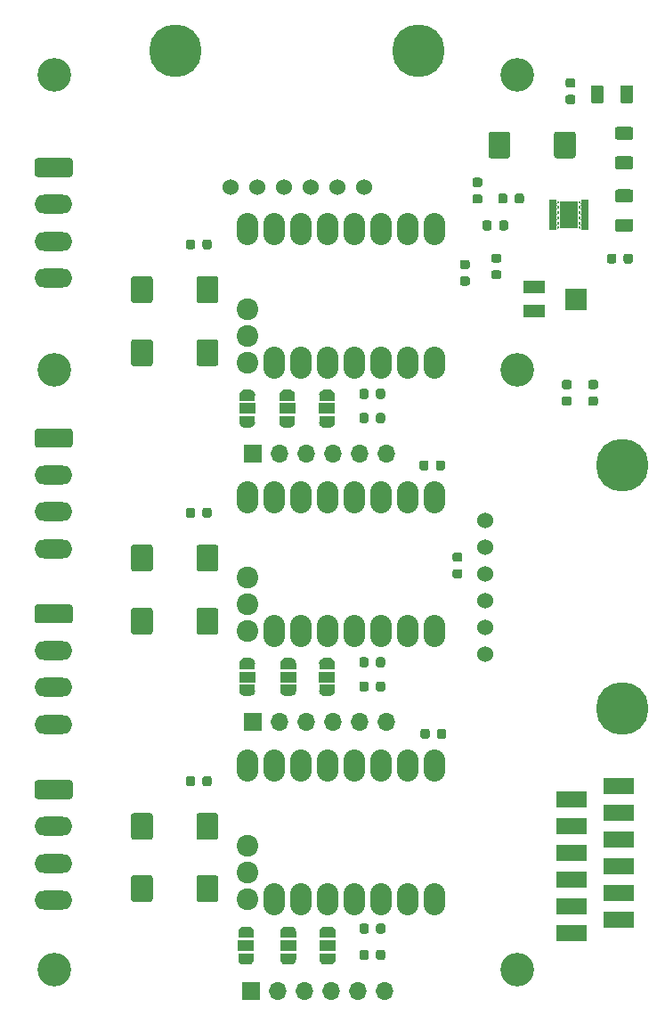
<source format=gbr>
G04 #@! TF.GenerationSoftware,KiCad,Pcbnew,(5.99.0-1438-g3759799d1)*
G04 #@! TF.CreationDate,2020-05-11T10:33:08+02:00*
G04 #@! TF.ProjectId,Uni_stick,556e695f-7374-4696-936b-2e6b69636164,rev?*
G04 #@! TF.SameCoordinates,Original*
G04 #@! TF.FileFunction,Soldermask,Top*
G04 #@! TF.FilePolarity,Negative*
%FSLAX46Y46*%
G04 Gerber Fmt 4.6, Leading zero omitted, Abs format (unit mm)*
G04 Created by KiCad (PCBNEW (5.99.0-1438-g3759799d1)) date 2020-05-11 10:33:08*
%MOMM*%
%LPD*%
G01*
G04 APERTURE LIST*
%ADD10R,2.000000X1.300000*%
%ADD11R,2.000000X2.000000*%
%ADD12O,3.600000X1.800000*%
%ADD13R,3.000000X1.500000*%
%ADD14R,1.800000X2.600000*%
%ADD15R,0.800000X0.300000*%
%ADD16C,2.057400*%
%ADD17O,2.032000X3.048000*%
%ADD18R,1.500000X1.000000*%
%ADD19C,5.000000*%
%ADD20C,1.524000*%
%ADD21C,3.200000*%
%ADD22O,1.700000X1.700000*%
%ADD23R,1.700000X1.700000*%
G04 APERTURE END LIST*
G36*
G01*
X145475000Y-49675000D02*
X145475000Y-47625000D01*
G75*
G02*
X145725000Y-47375000I250000J0D01*
G01*
X147300000Y-47375000D01*
G75*
G02*
X147550000Y-47625000I0J-250000D01*
G01*
X147550000Y-49675000D01*
G75*
G02*
X147300000Y-49925000I-250000J0D01*
G01*
X145725000Y-49925000D01*
G75*
G02*
X145475000Y-49675000I0J250000D01*
G01*
G37*
G36*
G01*
X139250000Y-49675000D02*
X139250000Y-47625000D01*
G75*
G02*
X139500000Y-47375000I250000J0D01*
G01*
X141075000Y-47375000D01*
G75*
G02*
X141325000Y-47625000I0J-250000D01*
G01*
X141325000Y-49675000D01*
G75*
G02*
X141075000Y-49925000I-250000J0D01*
G01*
X139500000Y-49925000D01*
G75*
G02*
X139250000Y-49675000I0J250000D01*
G01*
G37*
G36*
G01*
X141050000Y-53493750D02*
X141050000Y-54006250D01*
G75*
G02*
X140831250Y-54225000I-218750J0D01*
G01*
X140393750Y-54225000D01*
G75*
G02*
X140175000Y-54006250I0J218750D01*
G01*
X140175000Y-53493750D01*
G75*
G02*
X140393750Y-53275000I218750J0D01*
G01*
X140831250Y-53275000D01*
G75*
G02*
X141050000Y-53493750I0J-218750D01*
G01*
G37*
G36*
G01*
X142625000Y-53493750D02*
X142625000Y-54006250D01*
G75*
G02*
X142406250Y-54225000I-218750J0D01*
G01*
X141968750Y-54225000D01*
G75*
G02*
X141750000Y-54006250I0J218750D01*
G01*
X141750000Y-53493750D01*
G75*
G02*
X141968750Y-53275000I218750J0D01*
G01*
X142406250Y-53275000D01*
G75*
G02*
X142625000Y-53493750I0J-218750D01*
G01*
G37*
D10*
X143600000Y-62150000D03*
D11*
X147600000Y-63300000D03*
D10*
X143600000Y-64450000D03*
D12*
X97900000Y-61300000D03*
X97900000Y-57800000D03*
X97900000Y-54300000D03*
G36*
G01*
X96350000Y-49900000D02*
X99450000Y-49900000D01*
G75*
G02*
X99700000Y-50150000I0J-250000D01*
G01*
X99700000Y-51450000D01*
G75*
G02*
X99450000Y-51700000I-250000J0D01*
G01*
X96350000Y-51700000D01*
G75*
G02*
X96100000Y-51450000I0J250000D01*
G01*
X96100000Y-50150000D01*
G75*
G02*
X96350000Y-49900000I250000J0D01*
G01*
G37*
D13*
X151650000Y-122285000D03*
X147150000Y-121015000D03*
X151650000Y-119745000D03*
X147150000Y-118475000D03*
X151650000Y-117205000D03*
X147150000Y-115935000D03*
X151650000Y-114665000D03*
X147150000Y-113395000D03*
X151650000Y-112125000D03*
X147150000Y-110855000D03*
X151650000Y-109585000D03*
X147150000Y-123555000D03*
G36*
G01*
X147306250Y-43200000D02*
X146793750Y-43200000D01*
G75*
G02*
X146575000Y-42981250I0J218750D01*
G01*
X146575000Y-42543750D01*
G75*
G02*
X146793750Y-42325000I218750J0D01*
G01*
X147306250Y-42325000D01*
G75*
G02*
X147525000Y-42543750I0J-218750D01*
G01*
X147525000Y-42981250D01*
G75*
G02*
X147306250Y-43200000I-218750J0D01*
G01*
G37*
G36*
G01*
X147306250Y-44775000D02*
X146793750Y-44775000D01*
G75*
G02*
X146575000Y-44556250I0J218750D01*
G01*
X146575000Y-44118750D01*
G75*
G02*
X146793750Y-43900000I218750J0D01*
G01*
X147306250Y-43900000D01*
G75*
G02*
X147525000Y-44118750I0J-218750D01*
G01*
X147525000Y-44556250D01*
G75*
G02*
X147306250Y-44775000I-218750J0D01*
G01*
G37*
G36*
G01*
X151775000Y-44475000D02*
X151775000Y-43225000D01*
G75*
G02*
X152025000Y-42975000I250000J0D01*
G01*
X152775000Y-42975000D01*
G75*
G02*
X153025000Y-43225000I0J-250000D01*
G01*
X153025000Y-44475000D01*
G75*
G02*
X152775000Y-44725000I-250000J0D01*
G01*
X152025000Y-44725000D01*
G75*
G02*
X151775000Y-44475000I0J250000D01*
G01*
G37*
G36*
G01*
X148975000Y-44475000D02*
X148975000Y-43225000D01*
G75*
G02*
X149225000Y-42975000I250000J0D01*
G01*
X149975000Y-42975000D01*
G75*
G02*
X150225000Y-43225000I0J-250000D01*
G01*
X150225000Y-44475000D01*
G75*
G02*
X149975000Y-44725000I-250000J0D01*
G01*
X149225000Y-44725000D01*
G75*
G02*
X148975000Y-44475000I0J250000D01*
G01*
G37*
G36*
G01*
X152775000Y-48175000D02*
X151525000Y-48175000D01*
G75*
G02*
X151275000Y-47925000I0J250000D01*
G01*
X151275000Y-47175000D01*
G75*
G02*
X151525000Y-46925000I250000J0D01*
G01*
X152775000Y-46925000D01*
G75*
G02*
X153025000Y-47175000I0J-250000D01*
G01*
X153025000Y-47925000D01*
G75*
G02*
X152775000Y-48175000I-250000J0D01*
G01*
G37*
G36*
G01*
X152775000Y-50975000D02*
X151525000Y-50975000D01*
G75*
G02*
X151275000Y-50725000I0J250000D01*
G01*
X151275000Y-49975000D01*
G75*
G02*
X151525000Y-49725000I250000J0D01*
G01*
X152775000Y-49725000D01*
G75*
G02*
X153025000Y-49975000I0J-250000D01*
G01*
X153025000Y-50725000D01*
G75*
G02*
X152775000Y-50975000I-250000J0D01*
G01*
G37*
G36*
G01*
X151400000Y-59193750D02*
X151400000Y-59706250D01*
G75*
G02*
X151181250Y-59925000I-218750J0D01*
G01*
X150743750Y-59925000D01*
G75*
G02*
X150525000Y-59706250I0J218750D01*
G01*
X150525000Y-59193750D01*
G75*
G02*
X150743750Y-58975000I218750J0D01*
G01*
X151181250Y-58975000D01*
G75*
G02*
X151400000Y-59193750I0J-218750D01*
G01*
G37*
G36*
G01*
X152975000Y-59193750D02*
X152975000Y-59706250D01*
G75*
G02*
X152756250Y-59925000I-218750J0D01*
G01*
X152318750Y-59925000D01*
G75*
G02*
X152100000Y-59706250I0J218750D01*
G01*
X152100000Y-59193750D01*
G75*
G02*
X152318750Y-58975000I218750J0D01*
G01*
X152756250Y-58975000D01*
G75*
G02*
X152975000Y-59193750I0J-218750D01*
G01*
G37*
G36*
G01*
X151525000Y-55675000D02*
X152775000Y-55675000D01*
G75*
G02*
X153025000Y-55925000I0J-250000D01*
G01*
X153025000Y-56675000D01*
G75*
G02*
X152775000Y-56925000I-250000J0D01*
G01*
X151525000Y-56925000D01*
G75*
G02*
X151275000Y-56675000I0J250000D01*
G01*
X151275000Y-55925000D01*
G75*
G02*
X151525000Y-55675000I250000J0D01*
G01*
G37*
G36*
G01*
X151525000Y-52875000D02*
X152775000Y-52875000D01*
G75*
G02*
X153025000Y-53125000I0J-250000D01*
G01*
X153025000Y-53875000D01*
G75*
G02*
X152775000Y-54125000I-250000J0D01*
G01*
X151525000Y-54125000D01*
G75*
G02*
X151275000Y-53875000I0J250000D01*
G01*
X151275000Y-53125000D01*
G75*
G02*
X151525000Y-52875000I250000J0D01*
G01*
G37*
D14*
X146900000Y-55300000D03*
D15*
X148400000Y-54050000D03*
X148400000Y-54550000D03*
X148400000Y-55050000D03*
X148400000Y-55550000D03*
X148400000Y-56050000D03*
X148400000Y-56550000D03*
X145400000Y-56550000D03*
X145400000Y-56050000D03*
X145400000Y-55550000D03*
X145400000Y-55050000D03*
X145400000Y-54550000D03*
X145400000Y-54050000D03*
D12*
X97900000Y-87000000D03*
X97900000Y-83500000D03*
X97900000Y-80000000D03*
G36*
G01*
X96350000Y-75600000D02*
X99450000Y-75600000D01*
G75*
G02*
X99700000Y-75850000I0J-250000D01*
G01*
X99700000Y-77150000D01*
G75*
G02*
X99450000Y-77400000I-250000J0D01*
G01*
X96350000Y-77400000D01*
G75*
G02*
X96100000Y-77150000I0J250000D01*
G01*
X96100000Y-75850000D01*
G75*
G02*
X96350000Y-75600000I250000J0D01*
G01*
G37*
X97900000Y-103700000D03*
X97900000Y-100200000D03*
X97900000Y-96700000D03*
G36*
G01*
X96350000Y-92300000D02*
X99450000Y-92300000D01*
G75*
G02*
X99700000Y-92550000I0J-250000D01*
G01*
X99700000Y-93850000D01*
G75*
G02*
X99450000Y-94100000I-250000J0D01*
G01*
X96350000Y-94100000D01*
G75*
G02*
X96100000Y-93850000I0J250000D01*
G01*
X96100000Y-92550000D01*
G75*
G02*
X96350000Y-92300000I250000J0D01*
G01*
G37*
X97900000Y-120400000D03*
X97900000Y-116900000D03*
X97900000Y-113400000D03*
G36*
G01*
X96350000Y-109000000D02*
X99450000Y-109000000D01*
G75*
G02*
X99700000Y-109250000I0J-250000D01*
G01*
X99700000Y-110550000D01*
G75*
G02*
X99450000Y-110800000I-250000J0D01*
G01*
X96350000Y-110800000D01*
G75*
G02*
X96100000Y-110550000I0J250000D01*
G01*
X96100000Y-109250000D01*
G75*
G02*
X96350000Y-109000000I250000J0D01*
G01*
G37*
D16*
X116310000Y-115270000D03*
X116310000Y-117810000D03*
D17*
X134090000Y-120350000D03*
X131550000Y-120350000D03*
X129010000Y-120350000D03*
X126470000Y-120350000D03*
X123930000Y-120350000D03*
X121390000Y-120350000D03*
X118850000Y-120350000D03*
D16*
X116310000Y-120350000D03*
D17*
X116310000Y-107650000D03*
X118850000Y-107650000D03*
X121390000Y-107650000D03*
X123930000Y-107650000D03*
X126470000Y-107650000D03*
X129010000Y-107650000D03*
X131550000Y-107650000D03*
X134090000Y-107650000D03*
D16*
X116310000Y-64270000D03*
X116310000Y-66810000D03*
D17*
X134090000Y-69350000D03*
X131550000Y-69350000D03*
X129010000Y-69350000D03*
X126470000Y-69350000D03*
X123930000Y-69350000D03*
X121390000Y-69350000D03*
X118850000Y-69350000D03*
D16*
X116310000Y-69350000D03*
D17*
X116310000Y-56650000D03*
X118850000Y-56650000D03*
X121390000Y-56650000D03*
X123930000Y-56650000D03*
X126470000Y-56650000D03*
X129010000Y-56650000D03*
X131550000Y-56650000D03*
X134090000Y-56650000D03*
D16*
X116310000Y-89770000D03*
X116310000Y-92310000D03*
D17*
X134090000Y-94850000D03*
X131550000Y-94850000D03*
X129010000Y-94850000D03*
X126470000Y-94850000D03*
X123930000Y-94850000D03*
X121390000Y-94850000D03*
X118850000Y-94850000D03*
D16*
X116310000Y-94850000D03*
D17*
X116310000Y-82150000D03*
X118850000Y-82150000D03*
X121390000Y-82150000D03*
X123930000Y-82150000D03*
X126470000Y-82150000D03*
X129010000Y-82150000D03*
X131550000Y-82150000D03*
X134090000Y-82150000D03*
G36*
G01*
X148943750Y-72550000D02*
X149456250Y-72550000D01*
G75*
G02*
X149675000Y-72768750I0J-218750D01*
G01*
X149675000Y-73206250D01*
G75*
G02*
X149456250Y-73425000I-218750J0D01*
G01*
X148943750Y-73425000D01*
G75*
G02*
X148725000Y-73206250I0J218750D01*
G01*
X148725000Y-72768750D01*
G75*
G02*
X148943750Y-72550000I218750J0D01*
G01*
G37*
G36*
G01*
X148943750Y-70975000D02*
X149456250Y-70975000D01*
G75*
G02*
X149675000Y-71193750I0J-218750D01*
G01*
X149675000Y-71631250D01*
G75*
G02*
X149456250Y-71850000I-218750J0D01*
G01*
X148943750Y-71850000D01*
G75*
G02*
X148725000Y-71631250I0J218750D01*
G01*
X148725000Y-71193750D01*
G75*
G02*
X148943750Y-70975000I218750J0D01*
G01*
G37*
G36*
G01*
X146443750Y-72550000D02*
X146956250Y-72550000D01*
G75*
G02*
X147175000Y-72768750I0J-218750D01*
G01*
X147175000Y-73206250D01*
G75*
G02*
X146956250Y-73425000I-218750J0D01*
G01*
X146443750Y-73425000D01*
G75*
G02*
X146225000Y-73206250I0J218750D01*
G01*
X146225000Y-72768750D01*
G75*
G02*
X146443750Y-72550000I218750J0D01*
G01*
G37*
G36*
G01*
X146443750Y-70975000D02*
X146956250Y-70975000D01*
G75*
G02*
X147175000Y-71193750I0J-218750D01*
G01*
X147175000Y-71631250D01*
G75*
G02*
X146956250Y-71850000I-218750J0D01*
G01*
X146443750Y-71850000D01*
G75*
G02*
X146225000Y-71631250I0J218750D01*
G01*
X146225000Y-71193750D01*
G75*
G02*
X146443750Y-70975000I218750J0D01*
G01*
G37*
G36*
G01*
X139743750Y-60550000D02*
X140256250Y-60550000D01*
G75*
G02*
X140475000Y-60768750I0J-218750D01*
G01*
X140475000Y-61206250D01*
G75*
G02*
X140256250Y-61425000I-218750J0D01*
G01*
X139743750Y-61425000D01*
G75*
G02*
X139525000Y-61206250I0J218750D01*
G01*
X139525000Y-60768750D01*
G75*
G02*
X139743750Y-60550000I218750J0D01*
G01*
G37*
G36*
G01*
X139743750Y-58975000D02*
X140256250Y-58975000D01*
G75*
G02*
X140475000Y-59193750I0J-218750D01*
G01*
X140475000Y-59631250D01*
G75*
G02*
X140256250Y-59850000I-218750J0D01*
G01*
X139743750Y-59850000D01*
G75*
G02*
X139525000Y-59631250I0J218750D01*
G01*
X139525000Y-59193750D01*
G75*
G02*
X139743750Y-58975000I218750J0D01*
G01*
G37*
G36*
G01*
X139550000Y-56043750D02*
X139550000Y-56556250D01*
G75*
G02*
X139331250Y-56775000I-218750J0D01*
G01*
X138893750Y-56775000D01*
G75*
G02*
X138675000Y-56556250I0J218750D01*
G01*
X138675000Y-56043750D01*
G75*
G02*
X138893750Y-55825000I218750J0D01*
G01*
X139331250Y-55825000D01*
G75*
G02*
X139550000Y-56043750I0J-218750D01*
G01*
G37*
G36*
G01*
X141125000Y-56043750D02*
X141125000Y-56556250D01*
G75*
G02*
X140906250Y-56775000I-218750J0D01*
G01*
X140468750Y-56775000D01*
G75*
G02*
X140250000Y-56556250I0J218750D01*
G01*
X140250000Y-56043750D01*
G75*
G02*
X140468750Y-55825000I218750J0D01*
G01*
X140906250Y-55825000D01*
G75*
G02*
X141125000Y-56043750I0J-218750D01*
G01*
G37*
G36*
G01*
X128550000Y-72556250D02*
X128550000Y-72043750D01*
G75*
G02*
X128768750Y-71825000I218750J0D01*
G01*
X129206250Y-71825000D01*
G75*
G02*
X129425000Y-72043750I0J-218750D01*
G01*
X129425000Y-72556250D01*
G75*
G02*
X129206250Y-72775000I-218750J0D01*
G01*
X128768750Y-72775000D01*
G75*
G02*
X128550000Y-72556250I0J218750D01*
G01*
G37*
G36*
G01*
X126975000Y-72556250D02*
X126975000Y-72043750D01*
G75*
G02*
X127193750Y-71825000I218750J0D01*
G01*
X127631250Y-71825000D01*
G75*
G02*
X127850000Y-72043750I0J-218750D01*
G01*
X127850000Y-72556250D01*
G75*
G02*
X127631250Y-72775000I-218750J0D01*
G01*
X127193750Y-72775000D01*
G75*
G02*
X126975000Y-72556250I0J218750D01*
G01*
G37*
G36*
G01*
X128550000Y-74856250D02*
X128550000Y-74343750D01*
G75*
G02*
X128768750Y-74125000I218750J0D01*
G01*
X129206250Y-74125000D01*
G75*
G02*
X129425000Y-74343750I0J-218750D01*
G01*
X129425000Y-74856250D01*
G75*
G02*
X129206250Y-75075000I-218750J0D01*
G01*
X128768750Y-75075000D01*
G75*
G02*
X128550000Y-74856250I0J218750D01*
G01*
G37*
G36*
G01*
X126975000Y-74856250D02*
X126975000Y-74343750D01*
G75*
G02*
X127193750Y-74125000I218750J0D01*
G01*
X127631250Y-74125000D01*
G75*
G02*
X127850000Y-74343750I0J-218750D01*
G01*
X127850000Y-74856250D01*
G75*
G02*
X127631250Y-75075000I-218750J0D01*
G01*
X127193750Y-75075000D01*
G75*
G02*
X126975000Y-74856250I0J218750D01*
G01*
G37*
G36*
G01*
X128550000Y-98056250D02*
X128550000Y-97543750D01*
G75*
G02*
X128768750Y-97325000I218750J0D01*
G01*
X129206250Y-97325000D01*
G75*
G02*
X129425000Y-97543750I0J-218750D01*
G01*
X129425000Y-98056250D01*
G75*
G02*
X129206250Y-98275000I-218750J0D01*
G01*
X128768750Y-98275000D01*
G75*
G02*
X128550000Y-98056250I0J218750D01*
G01*
G37*
G36*
G01*
X126975000Y-98056250D02*
X126975000Y-97543750D01*
G75*
G02*
X127193750Y-97325000I218750J0D01*
G01*
X127631250Y-97325000D01*
G75*
G02*
X127850000Y-97543750I0J-218750D01*
G01*
X127850000Y-98056250D01*
G75*
G02*
X127631250Y-98275000I-218750J0D01*
G01*
X127193750Y-98275000D01*
G75*
G02*
X126975000Y-98056250I0J218750D01*
G01*
G37*
G36*
G01*
X128550000Y-100356250D02*
X128550000Y-99843750D01*
G75*
G02*
X128768750Y-99625000I218750J0D01*
G01*
X129206250Y-99625000D01*
G75*
G02*
X129425000Y-99843750I0J-218750D01*
G01*
X129425000Y-100356250D01*
G75*
G02*
X129206250Y-100575000I-218750J0D01*
G01*
X128768750Y-100575000D01*
G75*
G02*
X128550000Y-100356250I0J218750D01*
G01*
G37*
G36*
G01*
X126975000Y-100356250D02*
X126975000Y-99843750D01*
G75*
G02*
X127193750Y-99625000I218750J0D01*
G01*
X127631250Y-99625000D01*
G75*
G02*
X127850000Y-99843750I0J-218750D01*
G01*
X127850000Y-100356250D01*
G75*
G02*
X127631250Y-100575000I-218750J0D01*
G01*
X127193750Y-100575000D01*
G75*
G02*
X126975000Y-100356250I0J218750D01*
G01*
G37*
G36*
G01*
X128562500Y-125856250D02*
X128562500Y-125343750D01*
G75*
G02*
X128781250Y-125125000I218750J0D01*
G01*
X129218750Y-125125000D01*
G75*
G02*
X129437500Y-125343750I0J-218750D01*
G01*
X129437500Y-125856250D01*
G75*
G02*
X129218750Y-126075000I-218750J0D01*
G01*
X128781250Y-126075000D01*
G75*
G02*
X128562500Y-125856250I0J218750D01*
G01*
G37*
G36*
G01*
X126987500Y-125856250D02*
X126987500Y-125343750D01*
G75*
G02*
X127206250Y-125125000I218750J0D01*
G01*
X127643750Y-125125000D01*
G75*
G02*
X127862500Y-125343750I0J-218750D01*
G01*
X127862500Y-125856250D01*
G75*
G02*
X127643750Y-126075000I-218750J0D01*
G01*
X127206250Y-126075000D01*
G75*
G02*
X126987500Y-125856250I0J218750D01*
G01*
G37*
G36*
X117050000Y-72437424D02*
G01*
X117049999Y-72950000D01*
X115550000Y-72949999D01*
X115550000Y-72431335D01*
X115544944Y-72390743D01*
X115567842Y-72249363D01*
X115629501Y-72120092D01*
X115724965Y-72013323D01*
X115846557Y-71937639D01*
X115984504Y-71899123D01*
X116056274Y-71900000D01*
X116481362Y-71900001D01*
X116484503Y-71899124D01*
X116627715Y-71900874D01*
X116764680Y-71942748D01*
X116884386Y-72021381D01*
X116977212Y-72130450D01*
X117035694Y-72261189D01*
X117055132Y-72403086D01*
X117050000Y-72437424D01*
G37*
D18*
X116300000Y-73700000D03*
G36*
X117033962Y-75144735D02*
G01*
X116973887Y-75274750D01*
X116879735Y-75382677D01*
X116759076Y-75459841D01*
X116621610Y-75500039D01*
X116549999Y-75499164D01*
X116549999Y-75500000D01*
X116121744Y-75499999D01*
X116121611Y-75500038D01*
X116118419Y-75499999D01*
X116050000Y-75499999D01*
X116050000Y-75499163D01*
X115966193Y-75498139D01*
X115829750Y-75454595D01*
X115711013Y-75374506D01*
X115619527Y-75264310D01*
X115562646Y-75132867D01*
X115544944Y-74990743D01*
X115550000Y-74959526D01*
X115550001Y-74450000D01*
X117050000Y-74450001D01*
X117050000Y-74965623D01*
X117055132Y-75003086D01*
X117033962Y-75144735D01*
G37*
G36*
X120850000Y-72437424D02*
G01*
X120849999Y-72950000D01*
X119350000Y-72949999D01*
X119350000Y-72431335D01*
X119344944Y-72390743D01*
X119367842Y-72249363D01*
X119429501Y-72120092D01*
X119524965Y-72013323D01*
X119646557Y-71937639D01*
X119784504Y-71899123D01*
X119856274Y-71900000D01*
X120281362Y-71900001D01*
X120284503Y-71899124D01*
X120427715Y-71900874D01*
X120564680Y-71942748D01*
X120684386Y-72021381D01*
X120777212Y-72130450D01*
X120835694Y-72261189D01*
X120855132Y-72403086D01*
X120850000Y-72437424D01*
G37*
X120100000Y-73700000D03*
G36*
X120833962Y-75144735D02*
G01*
X120773887Y-75274750D01*
X120679735Y-75382677D01*
X120559076Y-75459841D01*
X120421610Y-75500039D01*
X120349999Y-75499164D01*
X120349999Y-75500000D01*
X119921744Y-75499999D01*
X119921611Y-75500038D01*
X119918419Y-75499999D01*
X119850000Y-75499999D01*
X119850000Y-75499163D01*
X119766193Y-75498139D01*
X119629750Y-75454595D01*
X119511013Y-75374506D01*
X119419527Y-75264310D01*
X119362646Y-75132867D01*
X119344944Y-74990743D01*
X119350000Y-74959526D01*
X119350001Y-74450000D01*
X120850000Y-74450001D01*
X120850000Y-74965623D01*
X120855132Y-75003086D01*
X120833962Y-75144735D01*
G37*
G36*
X124650000Y-72437424D02*
G01*
X124649999Y-72950000D01*
X123150000Y-72949999D01*
X123150000Y-72431335D01*
X123144944Y-72390743D01*
X123167842Y-72249363D01*
X123229501Y-72120092D01*
X123324965Y-72013323D01*
X123446557Y-71937639D01*
X123584504Y-71899123D01*
X123656274Y-71900000D01*
X124081362Y-71900001D01*
X124084503Y-71899124D01*
X124227715Y-71900874D01*
X124364680Y-71942748D01*
X124484386Y-72021381D01*
X124577212Y-72130450D01*
X124635694Y-72261189D01*
X124655132Y-72403086D01*
X124650000Y-72437424D01*
G37*
X123900000Y-73700000D03*
G36*
X124633962Y-75144735D02*
G01*
X124573887Y-75274750D01*
X124479735Y-75382677D01*
X124359076Y-75459841D01*
X124221610Y-75500039D01*
X124149999Y-75499164D01*
X124149999Y-75500000D01*
X123721744Y-75499999D01*
X123721611Y-75500038D01*
X123718419Y-75499999D01*
X123650000Y-75499999D01*
X123650000Y-75499163D01*
X123566193Y-75498139D01*
X123429750Y-75454595D01*
X123311013Y-75374506D01*
X123219527Y-75264310D01*
X123162646Y-75132867D01*
X123144944Y-74990743D01*
X123150000Y-74959526D01*
X123150001Y-74450000D01*
X124650000Y-74450001D01*
X124650000Y-74965623D01*
X124655132Y-75003086D01*
X124633962Y-75144735D01*
G37*
G36*
X117050000Y-97937424D02*
G01*
X117049999Y-98450000D01*
X115550000Y-98449999D01*
X115550000Y-97931335D01*
X115544944Y-97890743D01*
X115567842Y-97749363D01*
X115629501Y-97620092D01*
X115724965Y-97513323D01*
X115846557Y-97437639D01*
X115984504Y-97399123D01*
X116056274Y-97400000D01*
X116481362Y-97400001D01*
X116484503Y-97399124D01*
X116627715Y-97400874D01*
X116764680Y-97442748D01*
X116884386Y-97521381D01*
X116977212Y-97630450D01*
X117035694Y-97761189D01*
X117055132Y-97903086D01*
X117050000Y-97937424D01*
G37*
X116300000Y-99200000D03*
G36*
X117033962Y-100644735D02*
G01*
X116973887Y-100774750D01*
X116879735Y-100882677D01*
X116759076Y-100959841D01*
X116621610Y-101000039D01*
X116549999Y-100999164D01*
X116549999Y-101000000D01*
X116121744Y-100999999D01*
X116121611Y-101000038D01*
X116118419Y-100999999D01*
X116050000Y-100999999D01*
X116050000Y-100999163D01*
X115966193Y-100998139D01*
X115829750Y-100954595D01*
X115711013Y-100874506D01*
X115619527Y-100764310D01*
X115562646Y-100632867D01*
X115544944Y-100490743D01*
X115550000Y-100459526D01*
X115550001Y-99950000D01*
X117050000Y-99950001D01*
X117050000Y-100465623D01*
X117055132Y-100503086D01*
X117033962Y-100644735D01*
G37*
G36*
X120950000Y-97937424D02*
G01*
X120949999Y-98450000D01*
X119450000Y-98449999D01*
X119450000Y-97931335D01*
X119444944Y-97890743D01*
X119467842Y-97749363D01*
X119529501Y-97620092D01*
X119624965Y-97513323D01*
X119746557Y-97437639D01*
X119884504Y-97399123D01*
X119956274Y-97400000D01*
X120381362Y-97400001D01*
X120384503Y-97399124D01*
X120527715Y-97400874D01*
X120664680Y-97442748D01*
X120784386Y-97521381D01*
X120877212Y-97630450D01*
X120935694Y-97761189D01*
X120955132Y-97903086D01*
X120950000Y-97937424D01*
G37*
X120200000Y-99200000D03*
G36*
X120933962Y-100644735D02*
G01*
X120873887Y-100774750D01*
X120779735Y-100882677D01*
X120659076Y-100959841D01*
X120521610Y-101000039D01*
X120449999Y-100999164D01*
X120449999Y-101000000D01*
X120021744Y-100999999D01*
X120021611Y-101000038D01*
X120018419Y-100999999D01*
X119950000Y-100999999D01*
X119950000Y-100999163D01*
X119866193Y-100998139D01*
X119729750Y-100954595D01*
X119611013Y-100874506D01*
X119519527Y-100764310D01*
X119462646Y-100632867D01*
X119444944Y-100490743D01*
X119450000Y-100459526D01*
X119450001Y-99950000D01*
X120950000Y-99950001D01*
X120950000Y-100465623D01*
X120955132Y-100503086D01*
X120933962Y-100644735D01*
G37*
G36*
X124650000Y-97937424D02*
G01*
X124649999Y-98450000D01*
X123150000Y-98449999D01*
X123150000Y-97931335D01*
X123144944Y-97890743D01*
X123167842Y-97749363D01*
X123229501Y-97620092D01*
X123324965Y-97513323D01*
X123446557Y-97437639D01*
X123584504Y-97399123D01*
X123656274Y-97400000D01*
X124081362Y-97400001D01*
X124084503Y-97399124D01*
X124227715Y-97400874D01*
X124364680Y-97442748D01*
X124484386Y-97521381D01*
X124577212Y-97630450D01*
X124635694Y-97761189D01*
X124655132Y-97903086D01*
X124650000Y-97937424D01*
G37*
X123900000Y-99200000D03*
G36*
X124633962Y-100644735D02*
G01*
X124573887Y-100774750D01*
X124479735Y-100882677D01*
X124359076Y-100959841D01*
X124221610Y-101000039D01*
X124149999Y-100999164D01*
X124149999Y-101000000D01*
X123721744Y-100999999D01*
X123721611Y-101000038D01*
X123718419Y-100999999D01*
X123650000Y-100999999D01*
X123650000Y-100999163D01*
X123566193Y-100998139D01*
X123429750Y-100954595D01*
X123311013Y-100874506D01*
X123219527Y-100764310D01*
X123162646Y-100632867D01*
X123144944Y-100490743D01*
X123150000Y-100459526D01*
X123150001Y-99950000D01*
X124650000Y-99950001D01*
X124650000Y-100465623D01*
X124655132Y-100503086D01*
X124633962Y-100644735D01*
G37*
G36*
X116950000Y-123437424D02*
G01*
X116949999Y-123950000D01*
X115450000Y-123949999D01*
X115450000Y-123431335D01*
X115444944Y-123390743D01*
X115467842Y-123249363D01*
X115529501Y-123120092D01*
X115624965Y-123013323D01*
X115746557Y-122937639D01*
X115884504Y-122899123D01*
X115956274Y-122900000D01*
X116381362Y-122900001D01*
X116384503Y-122899124D01*
X116527715Y-122900874D01*
X116664680Y-122942748D01*
X116784386Y-123021381D01*
X116877212Y-123130450D01*
X116935694Y-123261189D01*
X116955132Y-123403086D01*
X116950000Y-123437424D01*
G37*
X116200000Y-124700000D03*
G36*
X116933962Y-126144735D02*
G01*
X116873887Y-126274750D01*
X116779735Y-126382677D01*
X116659076Y-126459841D01*
X116521610Y-126500039D01*
X116449999Y-126499164D01*
X116449999Y-126500000D01*
X116021744Y-126499999D01*
X116021611Y-126500038D01*
X116018419Y-126499999D01*
X115950000Y-126499999D01*
X115950000Y-126499163D01*
X115866193Y-126498139D01*
X115729750Y-126454595D01*
X115611013Y-126374506D01*
X115519527Y-126264310D01*
X115462646Y-126132867D01*
X115444944Y-125990743D01*
X115450000Y-125959526D01*
X115450001Y-125450000D01*
X116950000Y-125450001D01*
X116950000Y-125965623D01*
X116955132Y-126003086D01*
X116933962Y-126144735D01*
G37*
G36*
X120950000Y-123437424D02*
G01*
X120949999Y-123950000D01*
X119450000Y-123949999D01*
X119450000Y-123431335D01*
X119444944Y-123390743D01*
X119467842Y-123249363D01*
X119529501Y-123120092D01*
X119624965Y-123013323D01*
X119746557Y-122937639D01*
X119884504Y-122899123D01*
X119956274Y-122900000D01*
X120381362Y-122900001D01*
X120384503Y-122899124D01*
X120527715Y-122900874D01*
X120664680Y-122942748D01*
X120784386Y-123021381D01*
X120877212Y-123130450D01*
X120935694Y-123261189D01*
X120955132Y-123403086D01*
X120950000Y-123437424D01*
G37*
X120200000Y-124700000D03*
G36*
X120933962Y-126144735D02*
G01*
X120873887Y-126274750D01*
X120779735Y-126382677D01*
X120659076Y-126459841D01*
X120521610Y-126500039D01*
X120449999Y-126499164D01*
X120449999Y-126500000D01*
X120021744Y-126499999D01*
X120021611Y-126500038D01*
X120018419Y-126499999D01*
X119950000Y-126499999D01*
X119950000Y-126499163D01*
X119866193Y-126498139D01*
X119729750Y-126454595D01*
X119611013Y-126374506D01*
X119519527Y-126264310D01*
X119462646Y-126132867D01*
X119444944Y-125990743D01*
X119450000Y-125959526D01*
X119450001Y-125450000D01*
X120950000Y-125450001D01*
X120950000Y-125965623D01*
X120955132Y-126003086D01*
X120933962Y-126144735D01*
G37*
G36*
X124700000Y-123437424D02*
G01*
X124699999Y-123950000D01*
X123200000Y-123949999D01*
X123200000Y-123431335D01*
X123194944Y-123390743D01*
X123217842Y-123249363D01*
X123279501Y-123120092D01*
X123374965Y-123013323D01*
X123496557Y-122937639D01*
X123634504Y-122899123D01*
X123706274Y-122900000D01*
X124131362Y-122900001D01*
X124134503Y-122899124D01*
X124277715Y-122900874D01*
X124414680Y-122942748D01*
X124534386Y-123021381D01*
X124627212Y-123130450D01*
X124685694Y-123261189D01*
X124705132Y-123403086D01*
X124700000Y-123437424D01*
G37*
X123950000Y-124700000D03*
G36*
X124683962Y-126144735D02*
G01*
X124623887Y-126274750D01*
X124529735Y-126382677D01*
X124409076Y-126459841D01*
X124271610Y-126500039D01*
X124199999Y-126499164D01*
X124199999Y-126500000D01*
X123771744Y-126499999D01*
X123771611Y-126500038D01*
X123768419Y-126499999D01*
X123700000Y-126499999D01*
X123700000Y-126499163D01*
X123616193Y-126498139D01*
X123479750Y-126454595D01*
X123361013Y-126374506D01*
X123269527Y-126264310D01*
X123212646Y-126132867D01*
X123194944Y-125990743D01*
X123200000Y-125959526D01*
X123200001Y-125450000D01*
X124700000Y-125450001D01*
X124700000Y-125965623D01*
X124705132Y-126003086D01*
X124683962Y-126144735D01*
G37*
D19*
X151950000Y-79095000D03*
X151950000Y-102205000D03*
D20*
X138950000Y-84300000D03*
X138950000Y-86840000D03*
X138950000Y-89380000D03*
X138950000Y-91920000D03*
X138950000Y-94460000D03*
X138950000Y-97000000D03*
G36*
G01*
X111350000Y-108843750D02*
X111350000Y-109356250D01*
G75*
G02*
X111131250Y-109575000I-218750J0D01*
G01*
X110693750Y-109575000D01*
G75*
G02*
X110475000Y-109356250I0J218750D01*
G01*
X110475000Y-108843750D01*
G75*
G02*
X110693750Y-108625000I218750J0D01*
G01*
X111131250Y-108625000D01*
G75*
G02*
X111350000Y-108843750I0J-218750D01*
G01*
G37*
G36*
G01*
X112925000Y-108843750D02*
X112925000Y-109356250D01*
G75*
G02*
X112706250Y-109575000I-218750J0D01*
G01*
X112268750Y-109575000D01*
G75*
G02*
X112050000Y-109356250I0J218750D01*
G01*
X112050000Y-108843750D01*
G75*
G02*
X112268750Y-108625000I218750J0D01*
G01*
X112706250Y-108625000D01*
G75*
G02*
X112925000Y-108843750I0J-218750D01*
G01*
G37*
G36*
G01*
X138456250Y-54225000D02*
X137943750Y-54225000D01*
G75*
G02*
X137725000Y-54006250I0J218750D01*
G01*
X137725000Y-53568750D01*
G75*
G02*
X137943750Y-53350000I218750J0D01*
G01*
X138456250Y-53350000D01*
G75*
G02*
X138675000Y-53568750I0J-218750D01*
G01*
X138675000Y-54006250D01*
G75*
G02*
X138456250Y-54225000I-218750J0D01*
G01*
G37*
G36*
G01*
X138456250Y-52650000D02*
X137943750Y-52650000D01*
G75*
G02*
X137725000Y-52431250I0J218750D01*
G01*
X137725000Y-51993750D01*
G75*
G02*
X137943750Y-51775000I218750J0D01*
G01*
X138456250Y-51775000D01*
G75*
G02*
X138675000Y-51993750I0J-218750D01*
G01*
X138675000Y-52431250D01*
G75*
G02*
X138456250Y-52650000I-218750J0D01*
G01*
G37*
G36*
G01*
X107325000Y-61375000D02*
X107325000Y-63425000D01*
G75*
G02*
X107075000Y-63675000I-250000J0D01*
G01*
X105500000Y-63675000D01*
G75*
G02*
X105250000Y-63425000I0J250000D01*
G01*
X105250000Y-61375000D01*
G75*
G02*
X105500000Y-61125000I250000J0D01*
G01*
X107075000Y-61125000D01*
G75*
G02*
X107325000Y-61375000I0J-250000D01*
G01*
G37*
G36*
G01*
X113550000Y-61375000D02*
X113550000Y-63425000D01*
G75*
G02*
X113300000Y-63675000I-250000J0D01*
G01*
X111725000Y-63675000D01*
G75*
G02*
X111475000Y-63425000I0J250000D01*
G01*
X111475000Y-61375000D01*
G75*
G02*
X111725000Y-61125000I250000J0D01*
G01*
X113300000Y-61125000D01*
G75*
G02*
X113550000Y-61375000I0J-250000D01*
G01*
G37*
G36*
G01*
X107325000Y-67375000D02*
X107325000Y-69425000D01*
G75*
G02*
X107075000Y-69675000I-250000J0D01*
G01*
X105500000Y-69675000D01*
G75*
G02*
X105250000Y-69425000I0J250000D01*
G01*
X105250000Y-67375000D01*
G75*
G02*
X105500000Y-67125000I250000J0D01*
G01*
X107075000Y-67125000D01*
G75*
G02*
X107325000Y-67375000I0J-250000D01*
G01*
G37*
G36*
G01*
X113550000Y-67375000D02*
X113550000Y-69425000D01*
G75*
G02*
X113300000Y-69675000I-250000J0D01*
G01*
X111725000Y-69675000D01*
G75*
G02*
X111475000Y-69425000I0J250000D01*
G01*
X111475000Y-67375000D01*
G75*
G02*
X111725000Y-67125000I250000J0D01*
G01*
X113300000Y-67125000D01*
G75*
G02*
X113550000Y-67375000I0J-250000D01*
G01*
G37*
G36*
G01*
X137256250Y-60450000D02*
X136743750Y-60450000D01*
G75*
G02*
X136525000Y-60231250I0J218750D01*
G01*
X136525000Y-59793750D01*
G75*
G02*
X136743750Y-59575000I218750J0D01*
G01*
X137256250Y-59575000D01*
G75*
G02*
X137475000Y-59793750I0J-218750D01*
G01*
X137475000Y-60231250D01*
G75*
G02*
X137256250Y-60450000I-218750J0D01*
G01*
G37*
G36*
G01*
X137256250Y-62025000D02*
X136743750Y-62025000D01*
G75*
G02*
X136525000Y-61806250I0J218750D01*
G01*
X136525000Y-61368750D01*
G75*
G02*
X136743750Y-61150000I218750J0D01*
G01*
X137256250Y-61150000D01*
G75*
G02*
X137475000Y-61368750I0J-218750D01*
G01*
X137475000Y-61806250D01*
G75*
G02*
X137256250Y-62025000I-218750J0D01*
G01*
G37*
G36*
G01*
X111350000Y-57843750D02*
X111350000Y-58356250D01*
G75*
G02*
X111131250Y-58575000I-218750J0D01*
G01*
X110693750Y-58575000D01*
G75*
G02*
X110475000Y-58356250I0J218750D01*
G01*
X110475000Y-57843750D01*
G75*
G02*
X110693750Y-57625000I218750J0D01*
G01*
X111131250Y-57625000D01*
G75*
G02*
X111350000Y-57843750I0J-218750D01*
G01*
G37*
G36*
G01*
X112925000Y-57843750D02*
X112925000Y-58356250D01*
G75*
G02*
X112706250Y-58575000I-218750J0D01*
G01*
X112268750Y-58575000D01*
G75*
G02*
X112050000Y-58356250I0J218750D01*
G01*
X112050000Y-57843750D01*
G75*
G02*
X112268750Y-57625000I218750J0D01*
G01*
X112706250Y-57625000D01*
G75*
G02*
X112925000Y-57843750I0J-218750D01*
G01*
G37*
G36*
G01*
X136556250Y-88250000D02*
X136043750Y-88250000D01*
G75*
G02*
X135825000Y-88031250I0J218750D01*
G01*
X135825000Y-87593750D01*
G75*
G02*
X136043750Y-87375000I218750J0D01*
G01*
X136556250Y-87375000D01*
G75*
G02*
X136775000Y-87593750I0J-218750D01*
G01*
X136775000Y-88031250D01*
G75*
G02*
X136556250Y-88250000I-218750J0D01*
G01*
G37*
G36*
G01*
X136556250Y-89825000D02*
X136043750Y-89825000D01*
G75*
G02*
X135825000Y-89606250I0J218750D01*
G01*
X135825000Y-89168750D01*
G75*
G02*
X136043750Y-88950000I218750J0D01*
G01*
X136556250Y-88950000D01*
G75*
G02*
X136775000Y-89168750I0J-218750D01*
G01*
X136775000Y-89606250D01*
G75*
G02*
X136556250Y-89825000I-218750J0D01*
G01*
G37*
G36*
G01*
X107325000Y-92875000D02*
X107325000Y-94925000D01*
G75*
G02*
X107075000Y-95175000I-250000J0D01*
G01*
X105500000Y-95175000D01*
G75*
G02*
X105250000Y-94925000I0J250000D01*
G01*
X105250000Y-92875000D01*
G75*
G02*
X105500000Y-92625000I250000J0D01*
G01*
X107075000Y-92625000D01*
G75*
G02*
X107325000Y-92875000I0J-250000D01*
G01*
G37*
G36*
G01*
X113550000Y-92875000D02*
X113550000Y-94925000D01*
G75*
G02*
X113300000Y-95175000I-250000J0D01*
G01*
X111725000Y-95175000D01*
G75*
G02*
X111475000Y-94925000I0J250000D01*
G01*
X111475000Y-92875000D01*
G75*
G02*
X111725000Y-92625000I250000J0D01*
G01*
X113300000Y-92625000D01*
G75*
G02*
X113550000Y-92875000I0J-250000D01*
G01*
G37*
G36*
G01*
X107325000Y-86875000D02*
X107325000Y-88925000D01*
G75*
G02*
X107075000Y-89175000I-250000J0D01*
G01*
X105500000Y-89175000D01*
G75*
G02*
X105250000Y-88925000I0J250000D01*
G01*
X105250000Y-86875000D01*
G75*
G02*
X105500000Y-86625000I250000J0D01*
G01*
X107075000Y-86625000D01*
G75*
G02*
X107325000Y-86875000I0J-250000D01*
G01*
G37*
G36*
G01*
X113550000Y-86875000D02*
X113550000Y-88925000D01*
G75*
G02*
X113300000Y-89175000I-250000J0D01*
G01*
X111725000Y-89175000D01*
G75*
G02*
X111475000Y-88925000I0J250000D01*
G01*
X111475000Y-86875000D01*
G75*
G02*
X111725000Y-86625000I250000J0D01*
G01*
X113300000Y-86625000D01*
G75*
G02*
X113550000Y-86875000I0J-250000D01*
G01*
G37*
G36*
G01*
X134250000Y-79356250D02*
X134250000Y-78843750D01*
G75*
G02*
X134468750Y-78625000I218750J0D01*
G01*
X134906250Y-78625000D01*
G75*
G02*
X135125000Y-78843750I0J-218750D01*
G01*
X135125000Y-79356250D01*
G75*
G02*
X134906250Y-79575000I-218750J0D01*
G01*
X134468750Y-79575000D01*
G75*
G02*
X134250000Y-79356250I0J218750D01*
G01*
G37*
G36*
G01*
X132675000Y-79356250D02*
X132675000Y-78843750D01*
G75*
G02*
X132893750Y-78625000I218750J0D01*
G01*
X133331250Y-78625000D01*
G75*
G02*
X133550000Y-78843750I0J-218750D01*
G01*
X133550000Y-79356250D01*
G75*
G02*
X133331250Y-79575000I-218750J0D01*
G01*
X132893750Y-79575000D01*
G75*
G02*
X132675000Y-79356250I0J218750D01*
G01*
G37*
G36*
G01*
X111350000Y-83343750D02*
X111350000Y-83856250D01*
G75*
G02*
X111131250Y-84075000I-218750J0D01*
G01*
X110693750Y-84075000D01*
G75*
G02*
X110475000Y-83856250I0J218750D01*
G01*
X110475000Y-83343750D01*
G75*
G02*
X110693750Y-83125000I218750J0D01*
G01*
X111131250Y-83125000D01*
G75*
G02*
X111350000Y-83343750I0J-218750D01*
G01*
G37*
G36*
G01*
X112925000Y-83343750D02*
X112925000Y-83856250D01*
G75*
G02*
X112706250Y-84075000I-218750J0D01*
G01*
X112268750Y-84075000D01*
G75*
G02*
X112050000Y-83856250I0J218750D01*
G01*
X112050000Y-83343750D01*
G75*
G02*
X112268750Y-83125000I218750J0D01*
G01*
X112706250Y-83125000D01*
G75*
G02*
X112925000Y-83343750I0J-218750D01*
G01*
G37*
G36*
G01*
X107325000Y-118275000D02*
X107325000Y-120325000D01*
G75*
G02*
X107075000Y-120575000I-250000J0D01*
G01*
X105500000Y-120575000D01*
G75*
G02*
X105250000Y-120325000I0J250000D01*
G01*
X105250000Y-118275000D01*
G75*
G02*
X105500000Y-118025000I250000J0D01*
G01*
X107075000Y-118025000D01*
G75*
G02*
X107325000Y-118275000I0J-250000D01*
G01*
G37*
G36*
G01*
X113550000Y-118275000D02*
X113550000Y-120325000D01*
G75*
G02*
X113300000Y-120575000I-250000J0D01*
G01*
X111725000Y-120575000D01*
G75*
G02*
X111475000Y-120325000I0J250000D01*
G01*
X111475000Y-118275000D01*
G75*
G02*
X111725000Y-118025000I250000J0D01*
G01*
X113300000Y-118025000D01*
G75*
G02*
X113550000Y-118275000I0J-250000D01*
G01*
G37*
G36*
G01*
X107325000Y-112375000D02*
X107325000Y-114425000D01*
G75*
G02*
X107075000Y-114675000I-250000J0D01*
G01*
X105500000Y-114675000D01*
G75*
G02*
X105250000Y-114425000I0J250000D01*
G01*
X105250000Y-112375000D01*
G75*
G02*
X105500000Y-112125000I250000J0D01*
G01*
X107075000Y-112125000D01*
G75*
G02*
X107325000Y-112375000I0J-250000D01*
G01*
G37*
G36*
G01*
X113550000Y-112375000D02*
X113550000Y-114425000D01*
G75*
G02*
X113300000Y-114675000I-250000J0D01*
G01*
X111725000Y-114675000D01*
G75*
G02*
X111475000Y-114425000I0J250000D01*
G01*
X111475000Y-112375000D01*
G75*
G02*
X111725000Y-112125000I250000J0D01*
G01*
X113300000Y-112125000D01*
G75*
G02*
X113550000Y-112375000I0J-250000D01*
G01*
G37*
G36*
G01*
X134350000Y-104856250D02*
X134350000Y-104343750D01*
G75*
G02*
X134568750Y-104125000I218750J0D01*
G01*
X135006250Y-104125000D01*
G75*
G02*
X135225000Y-104343750I0J-218750D01*
G01*
X135225000Y-104856250D01*
G75*
G02*
X135006250Y-105075000I-218750J0D01*
G01*
X134568750Y-105075000D01*
G75*
G02*
X134350000Y-104856250I0J218750D01*
G01*
G37*
G36*
G01*
X132775000Y-104856250D02*
X132775000Y-104343750D01*
G75*
G02*
X132993750Y-104125000I218750J0D01*
G01*
X133431250Y-104125000D01*
G75*
G02*
X133650000Y-104343750I0J-218750D01*
G01*
X133650000Y-104856250D01*
G75*
G02*
X133431250Y-105075000I-218750J0D01*
G01*
X132993750Y-105075000D01*
G75*
G02*
X132775000Y-104856250I0J218750D01*
G01*
G37*
D21*
X142000000Y-70000000D03*
D22*
X129500000Y-78000000D03*
X126960000Y-78000000D03*
X124420000Y-78000000D03*
X121880000Y-78000000D03*
X119340000Y-78000000D03*
D23*
X116800000Y-78000000D03*
D22*
X129500000Y-103500000D03*
X126960000Y-103500000D03*
X124420000Y-103500000D03*
X121880000Y-103500000D03*
X119340000Y-103500000D03*
D23*
X116800000Y-103500000D03*
G36*
G01*
X128562500Y-123356250D02*
X128562500Y-122843750D01*
G75*
G02*
X128781250Y-122625000I218750J0D01*
G01*
X129218750Y-122625000D01*
G75*
G02*
X129437500Y-122843750I0J-218750D01*
G01*
X129437500Y-123356250D01*
G75*
G02*
X129218750Y-123575000I-218750J0D01*
G01*
X128781250Y-123575000D01*
G75*
G02*
X128562500Y-123356250I0J218750D01*
G01*
G37*
G36*
G01*
X126987500Y-123356250D02*
X126987500Y-122843750D01*
G75*
G02*
X127206250Y-122625000I218750J0D01*
G01*
X127643750Y-122625000D01*
G75*
G02*
X127862500Y-122843750I0J-218750D01*
G01*
X127862500Y-123356250D01*
G75*
G02*
X127643750Y-123575000I-218750J0D01*
G01*
X127206250Y-123575000D01*
G75*
G02*
X126987500Y-123356250I0J218750D01*
G01*
G37*
D22*
X129400000Y-129000000D03*
X126860000Y-129000000D03*
X124320000Y-129000000D03*
X121780000Y-129000000D03*
X119240000Y-129000000D03*
D23*
X116700000Y-129000000D03*
D19*
X109495000Y-39700000D03*
X132605000Y-39700000D03*
D20*
X114700000Y-52700000D03*
X117240000Y-52700000D03*
X119780000Y-52700000D03*
X122320000Y-52700000D03*
X124860000Y-52700000D03*
X127400000Y-52700000D03*
D21*
X98000000Y-70000000D03*
X142000000Y-42000000D03*
X142000000Y-127000000D03*
X98000000Y-127000000D03*
X98000000Y-42000000D03*
G36*
X145801962Y-53911920D02*
G01*
X145803974Y-53922034D01*
X145805257Y-53921779D01*
X145807579Y-53923223D01*
X145818541Y-53964133D01*
X145863534Y-54009125D01*
X145924965Y-54025586D01*
X145993579Y-54004773D01*
X145998889Y-54001224D01*
X146000884Y-54001093D01*
X146002000Y-54002887D01*
X146002000Y-54297333D01*
X146001000Y-54299065D01*
X145999000Y-54299065D01*
X145998068Y-54297851D01*
X145981459Y-54235868D01*
X145936467Y-54190875D01*
X145875035Y-54174414D01*
X145806426Y-54195224D01*
X145802901Y-54197579D01*
X145801504Y-54199172D01*
X145799774Y-54199759D01*
X145799621Y-54201319D01*
X145760761Y-54245623D01*
X145748343Y-54308032D01*
X145768816Y-54368355D01*
X145799047Y-54398586D01*
X145799565Y-54400518D01*
X145799352Y-54400681D01*
X145801414Y-54400953D01*
X145802844Y-54402383D01*
X145806453Y-54404794D01*
X145866969Y-54425333D01*
X145929378Y-54412915D01*
X145977190Y-54370978D01*
X145998086Y-54302086D01*
X145999546Y-54300719D01*
X146001460Y-54301300D01*
X146002000Y-54302667D01*
X146002000Y-54797333D01*
X146001000Y-54799065D01*
X145999000Y-54799065D01*
X145998068Y-54797851D01*
X145981459Y-54735868D01*
X145936467Y-54690875D01*
X145875035Y-54674414D01*
X145806426Y-54695224D01*
X145802901Y-54697579D01*
X145801504Y-54699172D01*
X145799774Y-54699759D01*
X145799621Y-54701319D01*
X145760761Y-54745623D01*
X145748343Y-54808032D01*
X145768816Y-54868355D01*
X145799047Y-54898586D01*
X145799565Y-54900518D01*
X145799352Y-54900681D01*
X145801414Y-54900953D01*
X145802844Y-54902383D01*
X145806453Y-54904794D01*
X145866969Y-54925333D01*
X145929378Y-54912915D01*
X145977190Y-54870978D01*
X145998086Y-54802086D01*
X145999546Y-54800719D01*
X146001460Y-54801300D01*
X146002000Y-54802667D01*
X146002000Y-55297333D01*
X146001000Y-55299065D01*
X145999000Y-55299065D01*
X145998068Y-55297851D01*
X145981459Y-55235868D01*
X145936467Y-55190875D01*
X145875035Y-55174414D01*
X145806426Y-55195224D01*
X145802901Y-55197579D01*
X145801504Y-55199172D01*
X145799774Y-55199759D01*
X145799621Y-55201319D01*
X145760761Y-55245623D01*
X145748343Y-55308032D01*
X145768816Y-55368355D01*
X145799047Y-55398586D01*
X145799565Y-55400518D01*
X145799352Y-55400681D01*
X145801414Y-55400953D01*
X145802844Y-55402383D01*
X145806453Y-55404794D01*
X145866969Y-55425333D01*
X145929378Y-55412915D01*
X145977190Y-55370978D01*
X145998086Y-55302086D01*
X145999546Y-55300719D01*
X146001460Y-55301300D01*
X146002000Y-55302667D01*
X146002000Y-55797333D01*
X146001000Y-55799065D01*
X145999000Y-55799065D01*
X145998068Y-55797851D01*
X145981459Y-55735868D01*
X145936467Y-55690875D01*
X145875035Y-55674414D01*
X145806426Y-55695224D01*
X145802901Y-55697579D01*
X145801504Y-55699172D01*
X145799774Y-55699759D01*
X145799621Y-55701319D01*
X145760761Y-55745623D01*
X145748343Y-55808032D01*
X145768816Y-55868355D01*
X145799047Y-55898586D01*
X145799565Y-55900518D01*
X145799352Y-55900681D01*
X145801414Y-55900953D01*
X145802844Y-55902383D01*
X145806453Y-55904794D01*
X145866969Y-55925333D01*
X145929378Y-55912915D01*
X145977190Y-55870978D01*
X145998086Y-55802086D01*
X145999546Y-55800719D01*
X146001460Y-55801300D01*
X146002000Y-55802667D01*
X146002000Y-56297333D01*
X146001000Y-56299065D01*
X145999000Y-56299065D01*
X145998068Y-56297851D01*
X145981459Y-56235868D01*
X145936467Y-56190875D01*
X145875035Y-56174414D01*
X145806426Y-56195224D01*
X145802901Y-56197579D01*
X145801504Y-56199172D01*
X145799774Y-56199759D01*
X145799621Y-56201319D01*
X145760761Y-56245623D01*
X145748343Y-56308032D01*
X145768816Y-56368355D01*
X145799047Y-56398586D01*
X145799565Y-56400518D01*
X145799352Y-56400681D01*
X145801414Y-56400953D01*
X145802844Y-56402383D01*
X145806453Y-56404794D01*
X145866969Y-56425333D01*
X145929378Y-56412915D01*
X145977190Y-56370978D01*
X145998086Y-56302086D01*
X145999546Y-56300719D01*
X146001460Y-56301300D01*
X146002000Y-56302667D01*
X146002000Y-56597113D01*
X146001000Y-56598845D01*
X145998889Y-56598776D01*
X145993551Y-56595209D01*
X145933037Y-56574667D01*
X145870627Y-56587083D01*
X145822813Y-56629017D01*
X145808264Y-56676980D01*
X145805960Y-56678361D01*
X145803974Y-56677966D01*
X145801962Y-56688080D01*
X145800643Y-56689584D01*
X145798681Y-56689194D01*
X145798000Y-56687690D01*
X145798000Y-56402367D01*
X145798672Y-56401203D01*
X145797633Y-56402000D01*
X145002889Y-56402000D01*
X145001157Y-56401000D01*
X145001226Y-56398889D01*
X145004435Y-56394086D01*
X145004594Y-56393878D01*
X145039242Y-56354371D01*
X145051656Y-56291961D01*
X145031181Y-56231639D01*
X145002520Y-56202978D01*
X145002271Y-56202675D01*
X145001226Y-56201111D01*
X145001095Y-56199115D01*
X145002889Y-56198000D01*
X145798117Y-56198000D01*
X145798124Y-56198004D01*
X145798000Y-56197853D01*
X145798000Y-55902367D01*
X145798672Y-55901203D01*
X145797633Y-55902000D01*
X145002889Y-55902000D01*
X145001157Y-55901000D01*
X145001226Y-55898889D01*
X145004435Y-55894086D01*
X145004594Y-55893878D01*
X145039242Y-55854371D01*
X145051656Y-55791961D01*
X145031181Y-55731639D01*
X145002520Y-55702978D01*
X145002271Y-55702675D01*
X145001226Y-55701111D01*
X145001095Y-55699115D01*
X145002889Y-55698000D01*
X145798117Y-55698000D01*
X145798124Y-55698004D01*
X145798000Y-55697853D01*
X145798000Y-55402367D01*
X145798672Y-55401203D01*
X145797633Y-55402000D01*
X145002889Y-55402000D01*
X145001157Y-55401000D01*
X145001226Y-55398889D01*
X145004435Y-55394086D01*
X145004594Y-55393878D01*
X145039242Y-55354371D01*
X145051656Y-55291961D01*
X145031181Y-55231639D01*
X145002520Y-55202978D01*
X145002271Y-55202675D01*
X145001226Y-55201111D01*
X145001095Y-55199115D01*
X145002889Y-55198000D01*
X145798117Y-55198000D01*
X145798124Y-55198004D01*
X145798000Y-55197853D01*
X145798000Y-54902367D01*
X145798672Y-54901203D01*
X145797633Y-54902000D01*
X145002889Y-54902000D01*
X145001157Y-54901000D01*
X145001226Y-54898889D01*
X145004435Y-54894086D01*
X145004594Y-54893878D01*
X145039242Y-54854371D01*
X145051656Y-54791961D01*
X145031181Y-54731639D01*
X145002520Y-54702978D01*
X145002271Y-54702675D01*
X145001226Y-54701111D01*
X145001095Y-54699115D01*
X145002889Y-54698000D01*
X145798117Y-54698000D01*
X145798124Y-54698004D01*
X145798000Y-54697853D01*
X145798000Y-54402367D01*
X145798672Y-54401203D01*
X145797633Y-54402000D01*
X145002889Y-54402000D01*
X145001157Y-54401000D01*
X145001226Y-54398889D01*
X145004435Y-54394086D01*
X145004594Y-54393878D01*
X145039242Y-54354371D01*
X145051656Y-54291961D01*
X145031181Y-54231639D01*
X145002520Y-54202978D01*
X145002271Y-54202675D01*
X145001226Y-54201111D01*
X145001095Y-54199115D01*
X145002889Y-54198000D01*
X145798117Y-54198000D01*
X145798124Y-54198004D01*
X145798000Y-54197853D01*
X145798000Y-53912310D01*
X145799000Y-53910578D01*
X145801000Y-53910578D01*
X145801962Y-53911920D01*
G37*
G36*
X148001319Y-53910806D02*
G01*
X148002000Y-53912310D01*
X148002000Y-54197633D01*
X148001328Y-54198797D01*
X148002367Y-54198000D01*
X148797111Y-54198000D01*
X148798843Y-54199000D01*
X148798774Y-54201111D01*
X148795565Y-54205914D01*
X148795406Y-54206122D01*
X148760758Y-54245629D01*
X148748344Y-54308039D01*
X148768819Y-54368361D01*
X148797480Y-54397022D01*
X148797729Y-54397325D01*
X148798774Y-54398889D01*
X148798905Y-54400885D01*
X148797111Y-54402000D01*
X148001883Y-54402000D01*
X148001876Y-54401996D01*
X148002000Y-54402147D01*
X148002000Y-54697633D01*
X148001328Y-54698797D01*
X148002367Y-54698000D01*
X148797111Y-54698000D01*
X148798843Y-54699000D01*
X148798774Y-54701111D01*
X148795565Y-54705914D01*
X148795406Y-54706122D01*
X148760758Y-54745629D01*
X148748344Y-54808039D01*
X148768819Y-54868361D01*
X148797480Y-54897022D01*
X148797729Y-54897325D01*
X148798774Y-54898889D01*
X148798905Y-54900885D01*
X148797111Y-54902000D01*
X148001883Y-54902000D01*
X148001876Y-54901996D01*
X148002000Y-54902147D01*
X148002000Y-55197633D01*
X148001328Y-55198797D01*
X148002367Y-55198000D01*
X148797111Y-55198000D01*
X148798843Y-55199000D01*
X148798774Y-55201111D01*
X148795565Y-55205914D01*
X148795406Y-55206122D01*
X148760758Y-55245629D01*
X148748344Y-55308039D01*
X148768819Y-55368361D01*
X148797480Y-55397022D01*
X148797729Y-55397325D01*
X148798774Y-55398889D01*
X148798905Y-55400885D01*
X148797111Y-55402000D01*
X148001883Y-55402000D01*
X148001876Y-55401996D01*
X148002000Y-55402147D01*
X148002000Y-55697633D01*
X148001328Y-55698797D01*
X148002367Y-55698000D01*
X148797111Y-55698000D01*
X148798843Y-55699000D01*
X148798774Y-55701111D01*
X148795565Y-55705914D01*
X148795406Y-55706122D01*
X148760758Y-55745629D01*
X148748344Y-55808039D01*
X148768819Y-55868361D01*
X148797480Y-55897022D01*
X148797729Y-55897325D01*
X148798774Y-55898889D01*
X148798905Y-55900885D01*
X148797111Y-55902000D01*
X148001883Y-55902000D01*
X148001876Y-55901996D01*
X148002000Y-55902147D01*
X148002000Y-56197633D01*
X148001328Y-56198797D01*
X148002367Y-56198000D01*
X148797111Y-56198000D01*
X148798843Y-56199000D01*
X148798774Y-56201111D01*
X148795565Y-56205914D01*
X148795406Y-56206122D01*
X148760758Y-56245629D01*
X148748344Y-56308039D01*
X148768819Y-56368361D01*
X148797480Y-56397022D01*
X148797729Y-56397325D01*
X148798774Y-56398889D01*
X148798905Y-56400885D01*
X148797111Y-56402000D01*
X148001883Y-56402000D01*
X148001876Y-56401996D01*
X148002000Y-56402147D01*
X148002000Y-56687690D01*
X148001000Y-56689422D01*
X147999000Y-56689422D01*
X147998038Y-56688080D01*
X147996026Y-56677966D01*
X147994743Y-56678221D01*
X147992421Y-56676777D01*
X147981459Y-56635868D01*
X147936467Y-56590875D01*
X147875035Y-56574414D01*
X147806421Y-56595227D01*
X147801111Y-56598776D01*
X147799116Y-56598907D01*
X147798000Y-56597113D01*
X147798000Y-56302667D01*
X147799000Y-56300935D01*
X147801000Y-56300935D01*
X147801932Y-56302149D01*
X147818541Y-56364133D01*
X147863534Y-56409125D01*
X147924965Y-56425586D01*
X147993574Y-56404776D01*
X147997099Y-56402421D01*
X147998496Y-56400828D01*
X148000226Y-56400241D01*
X148000379Y-56398681D01*
X148039239Y-56354377D01*
X148051657Y-56291968D01*
X148031184Y-56231645D01*
X148000953Y-56201414D01*
X148000435Y-56199482D01*
X148000648Y-56199319D01*
X147998586Y-56199047D01*
X147997156Y-56197617D01*
X147993547Y-56195206D01*
X147933031Y-56174667D01*
X147870622Y-56187085D01*
X147822810Y-56229022D01*
X147801914Y-56297914D01*
X147800454Y-56299281D01*
X147798540Y-56298700D01*
X147798000Y-56297333D01*
X147798000Y-55802667D01*
X147799000Y-55800935D01*
X147801000Y-55800935D01*
X147801932Y-55802149D01*
X147818541Y-55864133D01*
X147863534Y-55909125D01*
X147924965Y-55925586D01*
X147993574Y-55904776D01*
X147997099Y-55902421D01*
X147998496Y-55900828D01*
X148000226Y-55900241D01*
X148000379Y-55898681D01*
X148039239Y-55854377D01*
X148051657Y-55791968D01*
X148031184Y-55731645D01*
X148000953Y-55701414D01*
X148000435Y-55699482D01*
X148000648Y-55699319D01*
X147998586Y-55699047D01*
X147997156Y-55697617D01*
X147993547Y-55695206D01*
X147933031Y-55674667D01*
X147870622Y-55687085D01*
X147822810Y-55729022D01*
X147801914Y-55797914D01*
X147800454Y-55799281D01*
X147798540Y-55798700D01*
X147798000Y-55797333D01*
X147798000Y-55302667D01*
X147799000Y-55300935D01*
X147801000Y-55300935D01*
X147801932Y-55302149D01*
X147818541Y-55364133D01*
X147863534Y-55409125D01*
X147924965Y-55425586D01*
X147993574Y-55404776D01*
X147997099Y-55402421D01*
X147998496Y-55400828D01*
X148000226Y-55400241D01*
X148000379Y-55398681D01*
X148039239Y-55354377D01*
X148051657Y-55291968D01*
X148031184Y-55231645D01*
X148000953Y-55201414D01*
X148000435Y-55199482D01*
X148000648Y-55199319D01*
X147998586Y-55199047D01*
X147997156Y-55197617D01*
X147993547Y-55195206D01*
X147933031Y-55174667D01*
X147870622Y-55187085D01*
X147822810Y-55229022D01*
X147801914Y-55297914D01*
X147800454Y-55299281D01*
X147798540Y-55298700D01*
X147798000Y-55297333D01*
X147798000Y-54802667D01*
X147799000Y-54800935D01*
X147801000Y-54800935D01*
X147801932Y-54802149D01*
X147818541Y-54864133D01*
X147863534Y-54909125D01*
X147924965Y-54925586D01*
X147993574Y-54904776D01*
X147997099Y-54902421D01*
X147998496Y-54900828D01*
X148000226Y-54900241D01*
X148000379Y-54898681D01*
X148039239Y-54854377D01*
X148051657Y-54791968D01*
X148031184Y-54731645D01*
X148000953Y-54701414D01*
X148000435Y-54699482D01*
X148000648Y-54699319D01*
X147998586Y-54699047D01*
X147997156Y-54697617D01*
X147993547Y-54695206D01*
X147933031Y-54674667D01*
X147870622Y-54687085D01*
X147822810Y-54729022D01*
X147801914Y-54797914D01*
X147800454Y-54799281D01*
X147798540Y-54798700D01*
X147798000Y-54797333D01*
X147798000Y-54302667D01*
X147799000Y-54300935D01*
X147801000Y-54300935D01*
X147801932Y-54302149D01*
X147818541Y-54364133D01*
X147863534Y-54409125D01*
X147924965Y-54425586D01*
X147993574Y-54404776D01*
X147997099Y-54402421D01*
X147998496Y-54400828D01*
X148000226Y-54400241D01*
X148000379Y-54398681D01*
X148039239Y-54354377D01*
X148051657Y-54291968D01*
X148031184Y-54231645D01*
X148000953Y-54201414D01*
X148000435Y-54199482D01*
X148000648Y-54199319D01*
X147998586Y-54199047D01*
X147997156Y-54197617D01*
X147993547Y-54195206D01*
X147933031Y-54174667D01*
X147870622Y-54187085D01*
X147822810Y-54229022D01*
X147801914Y-54297914D01*
X147800454Y-54299281D01*
X147798540Y-54298700D01*
X147798000Y-54297333D01*
X147798000Y-54002887D01*
X147799000Y-54001155D01*
X147801111Y-54001224D01*
X147806449Y-54004791D01*
X147866963Y-54025333D01*
X147929373Y-54012917D01*
X147977187Y-53970983D01*
X147991736Y-53923020D01*
X147994040Y-53921639D01*
X147996026Y-53922034D01*
X147998038Y-53911920D01*
X147999357Y-53910416D01*
X148001319Y-53910806D01*
G37*
M02*

</source>
